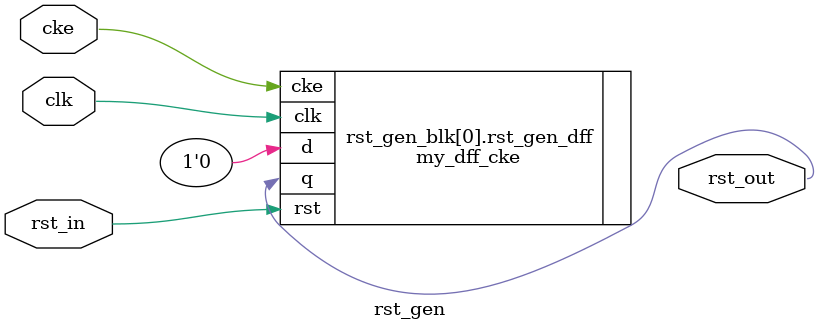
<source format=sv>
`timescale 1ns/1ps

module rst_gen #(
    parameter n=1
) (
    input wire clk,
    input wire rst_in,
    input wire [n-1:0] cke,
    output wire [n-1:0] rst_out
);
    genvar k;
    generate
        for (k=0; k<n; k=k+1) begin : rst_gen_blk
            my_dff_cke #(
                .init(1'b1)
            ) rst_gen_dff (
                .d(1'b0),
                .q(rst_out[k]),
                .clk(clk),
                .rst(rst_in),
                .cke(cke[k])
            );
        end
    endgenerate
endmodule

</source>
